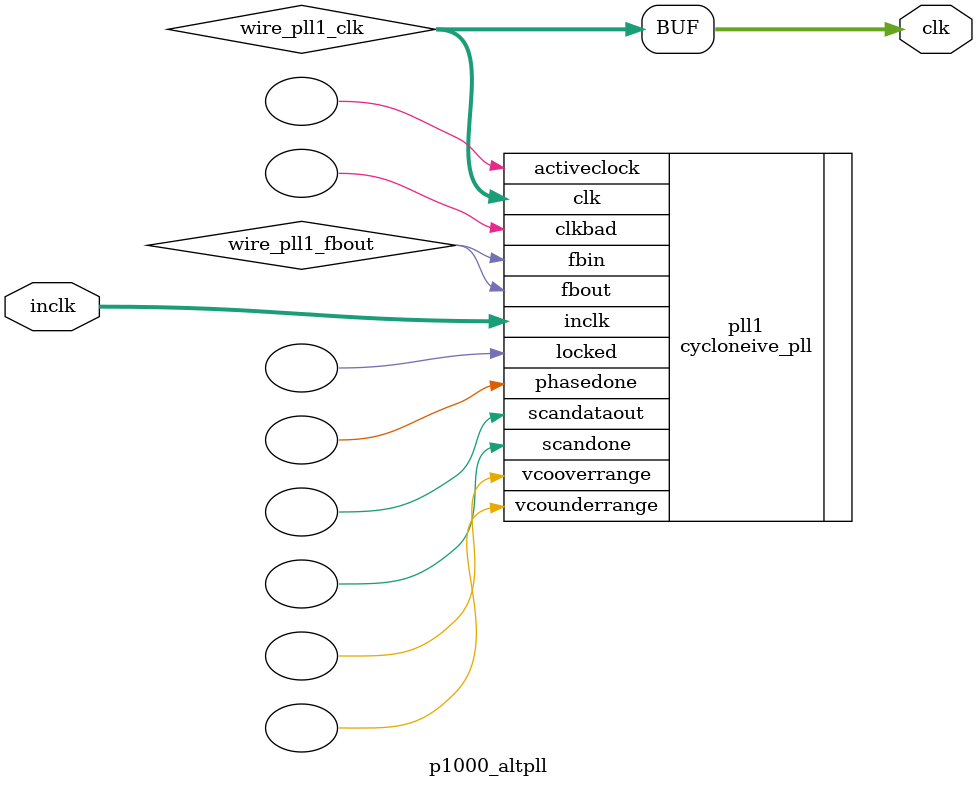
<source format=v>






//synthesis_resources = cycloneive_pll 1 
//synopsys translate_off
`timescale 1 ps / 1 ps
//synopsys translate_on
module  p1000_altpll
	( 
	clk,
	inclk) /* synthesis synthesis_clearbox=1 */;
	output   [4:0]  clk;
	input   [1:0]  inclk;
`ifndef ALTERA_RESERVED_QIS
// synopsys translate_off
`endif
	tri0   [1:0]  inclk;
`ifndef ALTERA_RESERVED_QIS
// synopsys translate_on
`endif

	wire  [4:0]   wire_pll1_clk;
	wire  wire_pll1_fbout;

	cycloneive_pll   pll1
	( 
	.activeclock(),
	.clk(wire_pll1_clk),
	.clkbad(),
	.fbin(wire_pll1_fbout),
	.fbout(wire_pll1_fbout),
	.inclk(inclk),
	.locked(),
	.phasedone(),
	.scandataout(),
	.scandone(),
	.vcooverrange(),
	.vcounderrange()
	`ifndef FORMAL_VERIFICATION
	// synopsys translate_off
	`endif
	,
	.areset(1'b0),
	.clkswitch(1'b0),
	.configupdate(1'b0),
	.pfdena(1'b1),
	.phasecounterselect({3{1'b0}}),
	.phasestep(1'b0),
	.phaseupdown(1'b0),
	.scanclk(1'b0),
	.scanclkena(1'b1),
	.scandata(1'b0)
	`ifndef FORMAL_VERIFICATION
	// synopsys translate_on
	`endif
	);
	defparam
		pll1.bandwidth_type = "auto",
		pll1.clk0_divide_by = 1,
		pll1.clk0_duty_cycle = 50,
		pll1.clk0_multiply_by = 20,
		pll1.clk0_phase_shift = "0",
		pll1.compensate_clock = "clk0",
		pll1.inclk0_input_frequency = 20000,
		pll1.operation_mode = "normal",
		pll1.pll_type = "auto",
		pll1.lpm_type = "cycloneive_pll";
	assign
		clk = {wire_pll1_clk[4:0]};
endmodule //p1000_altpll
//VALID FILE

</source>
